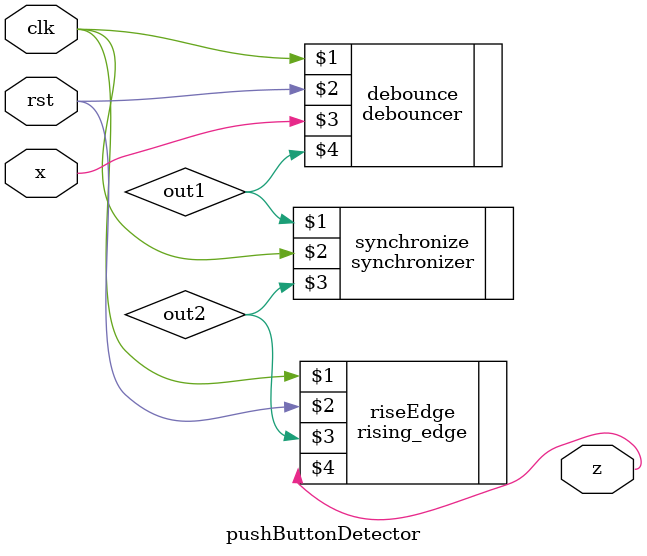
<source format=v>
`timescale 1ns / 1ps

module pushButtonDetector(input clk,rst, x, output z);
wire out1,out2;
debouncer debounce(clk, rst, x, out1);
synchronizer synchronize(out1,clk, out2);
rising_edge riseEdge(clk, rst, out2, z);
endmodule

</source>
